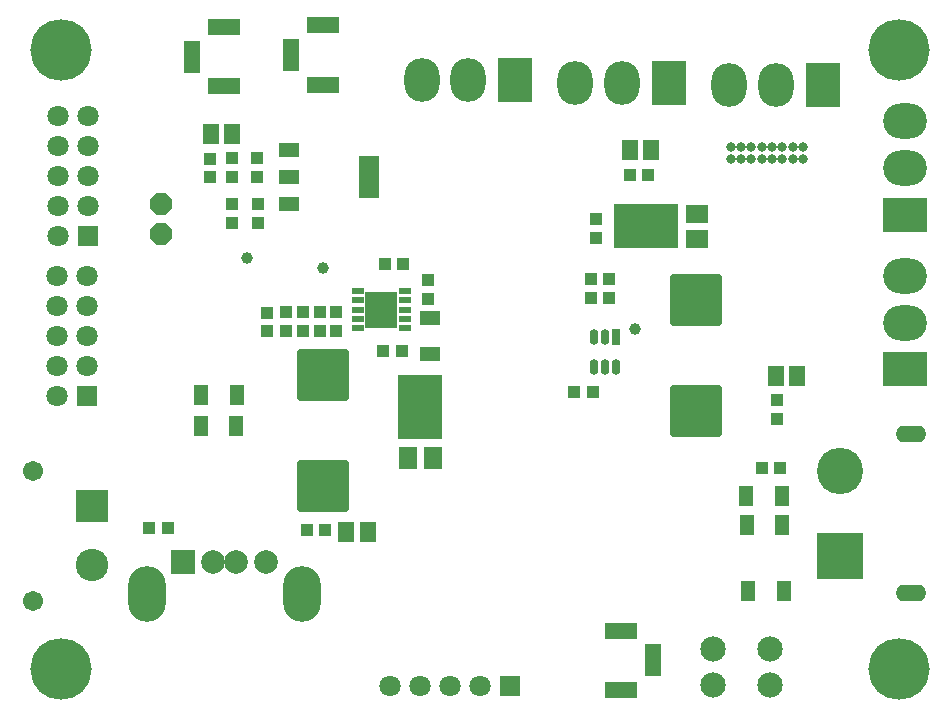
<source format=gbr>
%TF.GenerationSoftware,Altium Limited,Altium Designer,22.5.1 (42)*%
G04 Layer_Color=8388736*
%FSLAX44Y44*%
%MOMM*%
%TF.SameCoordinates,89E13746-3D4A-4BC1-B2AC-D00D571BF165*%
%TF.FilePolarity,Negative*%
%TF.FileFunction,Soldermask,Top*%
%TF.Part,Single*%
G01*
G75*
%TA.AperFunction,SMDPad,CuDef*%
%ADD66R,1.0032X1.0032*%
%ADD67R,1.0532X1.0532*%
%ADD70R,1.0032X1.0032*%
%ADD71R,1.0532X1.0532*%
%ADD72R,1.3632X1.6732*%
%TA.AperFunction,ComponentPad*%
%ADD73C,3.9192*%
%ADD74R,3.9192X3.9192*%
%ADD75O,2.6032X1.4032*%
%ADD76R,2.7032X1.4032*%
%ADD77R,1.4032X2.7032*%
%ADD78C,1.8032*%
%ADD79R,1.8032X1.8032*%
%ADD80C,1.7112*%
%ADD81C,2.7532*%
%ADD82R,2.7532X2.7532*%
%ADD83C,5.2032*%
G04:AMPARAMS|DCode=84|XSize=1.8032mm|YSize=1.8032mm|CornerRadius=0mm|HoleSize=0mm|Usage=FLASHONLY|Rotation=90.000|XOffset=0mm|YOffset=0mm|HoleType=Round|Shape=Octagon|*
%AMOCTAGOND84*
4,1,8,0.4508,0.9016,-0.4508,0.9016,-0.9016,0.4508,-0.9016,-0.4508,-0.4508,-0.9016,0.4508,-0.9016,0.9016,-0.4508,0.9016,0.4508,0.4508,0.9016,0.0*
%
%ADD84OCTAGOND84*%

%ADD85O,3.0032X3.7032*%
%ADD86R,3.0032X3.7032*%
%ADD87O,3.7032X3.0032*%
%ADD88R,3.7032X3.0032*%
%ADD89C,2.0032*%
%ADD90R,2.0032X2.0032*%
%ADD91O,3.2032X4.7032*%
%ADD92R,1.8032X1.8032*%
%TA.AperFunction,ViaPad*%
%ADD93C,0.8032*%
%ADD94C,1.0032*%
%TA.AperFunction,SMDPad,CuDef*%
%ADD101C,2.1500*%
%ADD102R,1.1020X0.5020*%
%ADD103R,2.7020X3.1020*%
%ADD104R,1.2032X1.8032*%
%ADD105O,0.7600X1.3600*%
%ADD106R,0.7600X1.3600*%
G04:AMPARAMS|DCode=107|XSize=4.4032mm|YSize=4.4032mm|CornerRadius=0.3116mm|HoleSize=0mm|Usage=FLASHONLY|Rotation=270.000|XOffset=0mm|YOffset=0mm|HoleType=Round|Shape=RoundedRectangle|*
%AMROUNDEDRECTD107*
21,1,4.4032,3.7800,0,0,270.0*
21,1,3.7800,4.4032,0,0,270.0*
1,1,0.6232,-1.8900,-1.8900*
1,1,0.6232,-1.8900,1.8900*
1,1,0.6232,1.8900,1.8900*
1,1,0.6232,1.8900,-1.8900*
%
%ADD107ROUNDEDRECTD107*%
%ADD108R,1.9520X1.6020*%
%ADD109R,5.4700X3.7200*%
%ADD110R,1.7532X1.3032*%
%ADD111R,1.7532X1.3032*%
%ADD112R,1.7532X3.6532*%
%ADD113R,1.8032X1.2032*%
%ADD114R,3.7200X5.4700*%
%ADD115R,1.6020X1.9520*%
D66*
X-188500Y154500D02*
D03*
Y170500D02*
D03*
X-209500Y154500D02*
D03*
Y170500D02*
D03*
X-187500Y131500D02*
D03*
Y115500D02*
D03*
X-209500Y131500D02*
D03*
Y115500D02*
D03*
X98000Y119500D02*
D03*
Y103500D02*
D03*
X-149750Y24250D02*
D03*
Y40250D02*
D03*
X-121750Y40500D02*
D03*
Y24500D02*
D03*
X-43500Y51250D02*
D03*
Y67250D02*
D03*
D67*
X252000Y-49750D02*
D03*
Y-34250D02*
D03*
X-228500Y170250D02*
D03*
Y154750D02*
D03*
X-135750Y24750D02*
D03*
Y40250D02*
D03*
X-164500Y24750D02*
D03*
Y40250D02*
D03*
X-180000Y24500D02*
D03*
Y40000D02*
D03*
D70*
X254500Y-91500D02*
D03*
X238500D02*
D03*
X96000Y-27500D02*
D03*
X80000D02*
D03*
X-82250Y7750D02*
D03*
X-66250D02*
D03*
X-280000Y-142250D02*
D03*
X-264000D02*
D03*
D71*
X94250Y52500D02*
D03*
X109750D02*
D03*
Y68500D02*
D03*
X94250D02*
D03*
X127250Y156500D02*
D03*
X142750D02*
D03*
X-80500Y81250D02*
D03*
X-65000D02*
D03*
X-131000Y-144000D02*
D03*
X-146500D02*
D03*
D72*
X-209600Y191500D02*
D03*
X-227400D02*
D03*
X251100Y-14000D02*
D03*
X268900D02*
D03*
X144900Y177500D02*
D03*
X127100D02*
D03*
X-95100Y-146000D02*
D03*
X-112900D02*
D03*
D73*
X305000Y-94000D02*
D03*
D74*
Y-166000D02*
D03*
D75*
X365000Y-62500D02*
D03*
Y-197500D02*
D03*
D76*
X-132500Y233000D02*
D03*
Y283000D02*
D03*
X119250Y-229250D02*
D03*
Y-279250D02*
D03*
X-217000Y231750D02*
D03*
Y281750D02*
D03*
D77*
X-159500Y258000D02*
D03*
X146250Y-254250D02*
D03*
X-244000Y256750D02*
D03*
D78*
X-75650Y-276250D02*
D03*
X-24850Y-276250D02*
D03*
X550D02*
D03*
X-50250D02*
D03*
X-357700Y70800D02*
D03*
X-332300D02*
D03*
X-357700Y20000D02*
D03*
X-332300D02*
D03*
X-357700Y-30800D02*
D03*
Y-5400D02*
D03*
X-332300D02*
D03*
Y45400D02*
D03*
X-357700D02*
D03*
X-357400Y181000D02*
D03*
X-332000D02*
D03*
Y130200D02*
D03*
X-357400D02*
D03*
Y104800D02*
D03*
X-332000Y155600D02*
D03*
X-357400D02*
D03*
X-332000Y206400D02*
D03*
X-357400D02*
D03*
D79*
X25950Y-276250D02*
D03*
D80*
X-378500Y-204000D02*
D03*
Y-94000D02*
D03*
D81*
X-328500Y-174000D02*
D03*
D82*
Y-124000D02*
D03*
D83*
X355000Y-262000D02*
D03*
X-355000Y262000D02*
D03*
Y-262000D02*
D03*
X355000Y262000D02*
D03*
D84*
X-270000Y106300D02*
D03*
Y131700D02*
D03*
D85*
X250600Y233000D02*
D03*
X211000D02*
D03*
X-9750Y236750D02*
D03*
X-49350D02*
D03*
X80900Y234250D02*
D03*
X120500D02*
D03*
D86*
X290200Y233000D02*
D03*
X29850Y236750D02*
D03*
X160100Y234250D02*
D03*
D87*
X360000Y201850D02*
D03*
Y162250D02*
D03*
X359750Y31500D02*
D03*
Y71100D02*
D03*
D88*
X360000Y122650D02*
D03*
X359750Y-8100D02*
D03*
D89*
X-206200Y-171400D02*
D03*
X-181200Y-171400D02*
D03*
X-226200Y-171400D02*
D03*
D90*
X-251200D02*
D03*
D91*
X-281900Y-198500D02*
D03*
X-150500D02*
D03*
D92*
X-332300Y-30800D02*
D03*
X-332000Y104800D02*
D03*
D93*
X212500Y170250D02*
D03*
X221250D02*
D03*
X230000D02*
D03*
X238750D02*
D03*
X273750D02*
D03*
X265000D02*
D03*
X256250D02*
D03*
X247500D02*
D03*
Y180000D02*
D03*
X256250D02*
D03*
X265000D02*
D03*
X273750D02*
D03*
X238750D02*
D03*
X230000D02*
D03*
X221250D02*
D03*
X212500D02*
D03*
D94*
X-197500Y85750D02*
D03*
X-132500Y77500D02*
D03*
X131750Y25750D02*
D03*
D101*
X197500Y-275250D02*
D03*
X245500Y-275250D02*
D03*
X197500Y-245250D02*
D03*
X245500Y-245250D02*
D03*
D102*
X-63500Y26500D02*
D03*
Y34500D02*
D03*
Y42500D02*
D03*
Y50500D02*
D03*
Y58500D02*
D03*
X-103500D02*
D03*
Y50500D02*
D03*
Y42500D02*
D03*
Y34500D02*
D03*
Y26500D02*
D03*
D103*
X-83500Y42500D02*
D03*
D104*
X257250Y-196000D02*
D03*
X227250D02*
D03*
X256000Y-140000D02*
D03*
X226000D02*
D03*
X255500Y-115500D02*
D03*
X225500D02*
D03*
X-236250Y-56250D02*
D03*
X-206250D02*
D03*
X-235750Y-29750D02*
D03*
X-205750D02*
D03*
D105*
X106000Y19500D02*
D03*
X96500D02*
D03*
X115500Y-6500D02*
D03*
X106000D02*
D03*
X96500D02*
D03*
D106*
X115500Y19500D02*
D03*
D107*
X183000Y-43500D02*
D03*
Y50500D02*
D03*
X-132500Y-13000D02*
D03*
Y-107000D02*
D03*
D108*
X184000Y102500D02*
D03*
Y123500D02*
D03*
D109*
X141000Y113000D02*
D03*
D110*
X-161250Y154500D02*
D03*
Y131500D02*
D03*
D111*
Y177500D02*
D03*
D112*
X-93750Y154500D02*
D03*
D113*
X-42000Y5000D02*
D03*
Y35000D02*
D03*
D114*
X-50500Y-40250D02*
D03*
D115*
X-40000Y-83250D02*
D03*
X-61000D02*
D03*
%TF.MD5,eb840e63501a73fe22fa0b5a625ff07b*%
M02*

</source>
